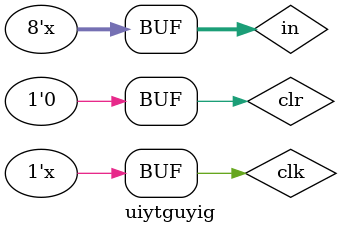
<source format=v>
`timescale 1ns / 1ps


module uiytguyig;

	// Inputs
	reg clk;
	reg clr;
	reg [7:0] in;

	// Outputs
	wire out;

	// Instantiate the Unit Under Test (UUT)
	string uut (
		.clk(clk), 
		.clr(clr), 
		.in(in), 
		.out(out)
	);

	initial begin
		// Initialize Inputs
		clk = 0;
		clr = 0;
		in = 0;

		// Wait 100 ns for global reset to finish
		#100;
        
		// Add stimulus here

	end
	always @(*)
		#30 in <= ~in;
	always @(*)
		#20 clk <= ~clk;
      
endmodule


</source>
